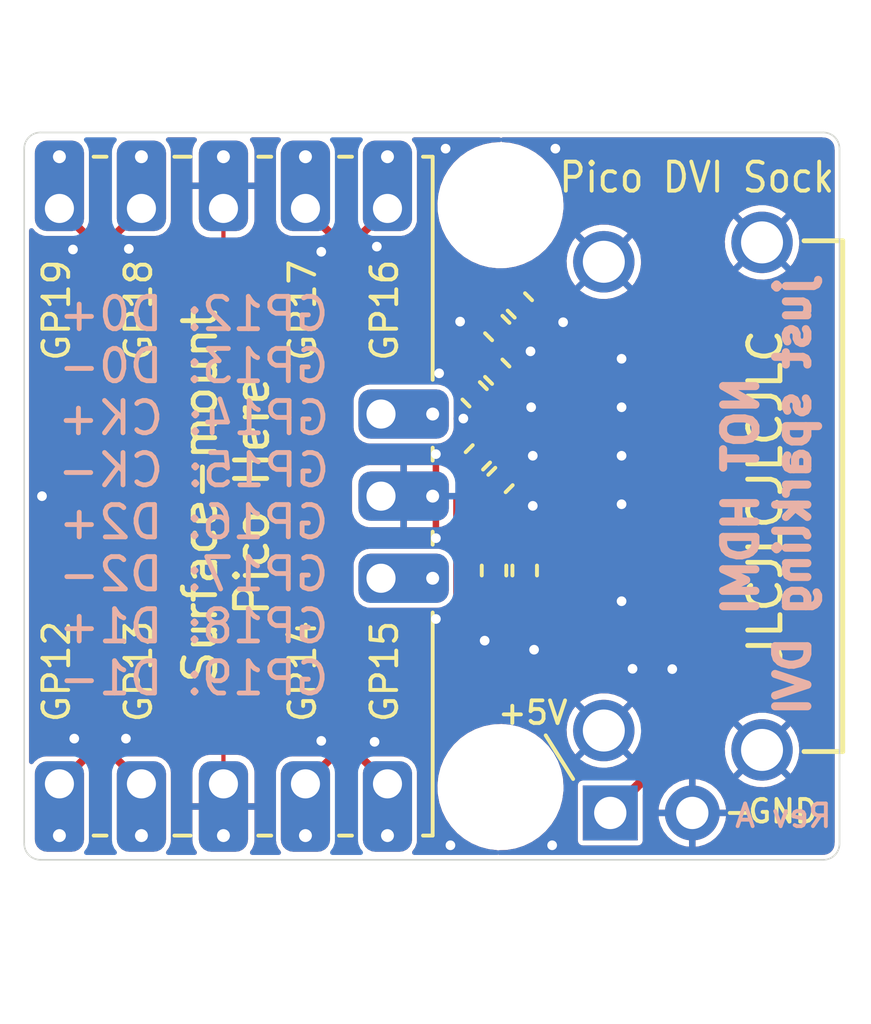
<source format=kicad_pcb>
(kicad_pcb (version 20210126) (generator pcbnew)
  (layers (0 "F.Cu" signal) (31 "B.Cu" signal) (34 "B.Paste" user) (35 "F.Paste" user) (36 "B.SilkS" user "B.Silkscreen") (37 "F.SilkS" user "F.Silkscreen") (38 "B.Mask" user) (39 "F.Mask" user) (44 "Edge.Cuts" user))
  (net 0 "")
  (net 1 "/PICO_CK-")
  (net 2 "/PICO_CK+")
  (net 3 "GND")
  (net 4 "/PICO_D0-")
  (net 5 "/PICO_D0+")
  (net 6 "/PICO_D1-")
  (net 7 "/PICO_D1+")
  (net 8 "/PICO_D2-")
  (net 9 "/PICO_D2+")
  (net 12 "/D2+")
  (net 13 "/D2-")
  (net 14 "/D1+")
  (net 15 "/D1-")
  (net 16 "/D0+")
  (net 17 "/D0-")
  (net 18 "/CK+")
  (net 19 "/CK-")
  (net 24 "+5V")
  (footprint "dvi-sock:MH_Pico_M2ish" (layer "F.Cu") (at 156.5 94)
    (fp_text reference "REF**" hide)
    (fp_text value "MH_Pico_M2ish" hide)
    (pad "" np_thru_hole circle (at 0 0) (size 2.1 2.1) (drill 2.1) (layers F&B.Cu *.Mask) (clearance 0.9))
  )
  (footprint "Resistor_SMD:R_0402_1005Metric" (layer "F.Cu") (at 156.4 79.8 -45)
    (fp_text reference "R2" hide)
    (fp_text value "270")
    (fp_line (start -0.153641 -0.38) (end 0.153641 -0.38) (layer "F.SilkS") (width 0.12))
    (fp_line (start -0.153641 0.38) (end 0.153641 0.38) (layer "F.SilkS") (width 0.12))
    (pad "1" smd roundrect (at -0.51 0 315) (size 0.54 0.64) (layers "F.Cu" "F.Paste" "F.Mask") (net 8 "/PICO_D2-"))
    (pad "2" smd roundrect (at 0.51 0 315) (size 0.54 0.64) (layers "F.Cu" "F.Paste" "F.Mask") (net 13 "/D2-"))
  )
  (footprint "dvi-sock:PinHeader_1x02_P2.54mm_Vertical_nosilk" (layer "F.Cu") (at 159.9 94.8 90)
    (fp_text reference "J5" hide)
    (fp_text value "2.54mm_2p_nofit")
    (pad "1" thru_hole rect (at 0 0 90) (size 1.7 1.7) (drill 1) (layers *.Cu *.Mask) (net 24 "+5V"))
    (pad "2" thru_hole oval (at 0 2.54 90) (size 1.7 1.7) (drill 1) (layers *.Cu *.Mask) (net 3 "GND"))
  )
  (footprint "dvi-sock:MH_Pico_M2ish" (layer "F.Cu") (at 156.5 76)
    (fp_text reference "REF**" hide)
    (fp_text value "MH_Pico_M2ish" hide)
    (pad "" np_thru_hole circle (at 0 0) (size 2.1 2.1) (drill 2.1) (layers F&B.Cu *.Mask) (clearance 0.9))
  )
  (footprint "dvi-sock:castellated_2.54mm_smd_x5" (layer "F.Cu") (at 147.92 93.9)
    (fp_text reference "J1" hide)
    (fp_text value "Conn_01x05")
    (pad "1" thru_hole circle (at -5.08 1.6) (size 0.6 0.6) (drill 0.4) (layers *.Cu *.Mask) (net 5 "/PICO_D0+"))
    (pad "1" thru_hole roundrect (at -5.08 0) (size 1.524 2.8) (drill 0.9 (offset 0 0.7)) (layers *.Cu *.Mask) (net 5 "/PICO_D0+"))
    (pad "2" thru_hole roundrect (at -2.54 0) (size 1.524 2.8) (drill 0.9 (offset 0 0.7)) (layers *.Cu *.Mask) (net 4 "/PICO_D0-"))
    (pad "2" thru_hole circle (at -2.54 1.6) (size 0.6 0.6) (drill 0.4) (layers *.Cu *.Mask) (net 4 "/PICO_D0-"))
    (pad "3" thru_hole roundrect (at 0 0) (size 1.524 2.8) (drill 0.9 (offset 0 0.7)) (layers *.Cu *.Mask) (net 3 "GND"))
    (pad "3" thru_hole circle (at 0 1.6) (size 0.6 0.6) (drill 0.4) (layers *.Cu *.Mask) (net 3 "GND"))
    (pad "4" thru_hole circle (at 2.54 1.6) (size 0.6 0.6) (drill 0.4) (layers *.Cu *.Mask) (net 2 "/PICO_CK+"))
    (pad "4" thru_hole roundrect (at 2.54 0) (size 1.524 2.8) (drill 0.9 (offset 0 0.7)) (layers *.Cu *.Mask) (net 2 "/PICO_CK+"))
    (pad "5" thru_hole circle (at 5.08 1.6) (size 0.6 0.6) (drill 0.4) (layers *.Cu *.Mask) (net 1 "/PICO_CK-"))
    (pad "5" thru_hole roundrect (at 5.08 0) (size 1.524 2.8) (drill 0.9 (offset 0 0.7)) (layers *.Cu *.Mask) (net 1 "/PICO_CK-"))
  )
  (footprint "Resistor_SMD:R_0402_1005Metric" (layer "F.Cu") (at 157.25 87.3 90)
    (fp_text reference "R8" hide)
    (fp_text value "270")
    (fp_line (start -0.153641 0.38) (end 0.153641 0.38) (layer "F.SilkS") (width 0.12))
    (fp_line (start -0.153641 -0.38) (end 0.153641 -0.38) (layer "F.SilkS") (width 0.12))
    (pad "1" smd roundrect (at -0.51 0 90) (size 0.54 0.64) (layers "F.Cu" "F.Paste" "F.Mask") (net 1 "/PICO_CK-"))
    (pad "2" smd roundrect (at 0.51 0 90) (size 0.54 0.64) (layers "F.Cu" "F.Paste" "F.Mask") (net 19 "/CK-"))
  )
  (footprint "Resistor_SMD:R_0402_1005Metric" (layer "F.Cu") (at 156.5 84.5 45)
    (fp_text reference "R6" hide)
    (fp_text value "270")
    (fp_line (start -0.153641 0.38) (end 0.153641 0.38) (layer "F.SilkS") (width 0.12))
    (fp_line (start -0.153641 -0.38) (end 0.153641 -0.38) (layer "F.SilkS") (width 0.12))
    (pad "1" smd roundrect (at -0.51 0 45) (size 0.54 0.64) (layers "F.Cu" "F.Paste" "F.Mask") (net 4 "/PICO_D0-"))
    (pad "2" smd roundrect (at 0.51 0 45) (size 0.54 0.64) (layers "F.Cu" "F.Paste" "F.Mask") (net 17 "/D0-"))
  )
  (footprint "Resistor_SMD:R_0402_1005Metric" (layer "F.Cu") (at 157.1 79.1 -45)
    (fp_text reference "R1" hide)
    (fp_text value "270")
    (fp_line (start -0.153641 0.38) (end 0.153641 0.38) (layer "F.SilkS") (width 0.12))
    (fp_line (start -0.153641 -0.38) (end 0.153641 -0.38) (layer "F.SilkS") (width 0.12))
    (pad "1" smd roundrect (at -0.51 0 315) (size 0.54 0.64) (layers "F.Cu" "F.Paste" "F.Mask") (net 9 "/PICO_D2+"))
    (pad "2" smd roundrect (at 0.51 0 315) (size 0.54 0.64) (layers "F.Cu" "F.Paste" "F.Mask") (net 12 "/D2+"))
  )
  (footprint "Resistor_SMD:R_0402_1005Metric" (layer "F.Cu") (at 156.3 87.3 90)
    (fp_text reference "R7" hide)
    (fp_text value "270")
    (fp_line (start -0.153641 0.38) (end 0.153641 0.38) (layer "F.SilkS") (width 0.12))
    (fp_line (start -0.153641 -0.38) (end 0.153641 -0.38) (layer "F.SilkS") (width 0.12))
    (pad "1" smd roundrect (at -0.51 0 90) (size 0.54 0.64) (layers "F.Cu" "F.Paste" "F.Mask") (net 2 "/PICO_CK+"))
    (pad "2" smd roundrect (at 0.51 0 90) (size 0.54 0.64) (layers "F.Cu" "F.Paste" "F.Mask") (net 18 "/CK+"))
  )
  (footprint "Resistor_SMD:R_0402_1005Metric" (layer "F.Cu") (at 156.4 81.15 -45)
    (fp_text reference "R3" hide)
    (fp_text value "270")
    (fp_line (start -0.153641 -0.38) (end 0.153641 -0.38) (layer "F.SilkS") (width 0.12))
    (fp_line (start -0.153641 0.38) (end 0.153641 0.38) (layer "F.SilkS") (width 0.12))
    (pad "1" smd roundrect (at -0.51 0 315) (size 0.54 0.64) (layers "F.Cu" "F.Paste" "F.Mask") (net 7 "/PICO_D1+"))
    (pad "2" smd roundrect (at 0.51 0 315) (size 0.54 0.64) (layers "F.Cu" "F.Paste" "F.Mask") (net 14 "/D1+"))
  )
  (footprint "dvi-sock:castellated_2.54mm_smd_x5" (layer "F.Cu") (at 147.92 76.1 180)
    (fp_text reference "J2" hide)
    (fp_text value "Conn_01x05")
    (pad "1" thru_hole circle (at -5.08 1.6 180) (size 0.6 0.6) (drill 0.4) (layers *.Cu *.Mask) (net 9 "/PICO_D2+"))
    (pad "1" thru_hole roundrect (at -5.08 0 180) (size 1.524 2.8) (drill 0.9 (offset 0 0.7)) (layers *.Cu *.Mask) (net 9 "/PICO_D2+"))
    (pad "2" thru_hole roundrect (at -2.54 0 180) (size 1.524 2.8) (drill 0.9 (offset 0 0.7)) (layers *.Cu *.Mask) (net 8 "/PICO_D2-"))
    (pad "2" thru_hole circle (at -2.54 1.6 180) (size 0.6 0.6) (drill 0.4) (layers *.Cu *.Mask) (net 8 "/PICO_D2-"))
    (pad "3" thru_hole roundrect (at 0 0 180) (size 1.524 2.8) (drill 0.9 (offset 0 0.7)) (layers *.Cu *.Mask) (net 3 "GND"))
    (pad "3" thru_hole circle (at 0 1.6 180) (size 0.6 0.6) (drill 0.4) (layers *.Cu *.Mask) (net 3 "GND"))
    (pad "4" thru_hole circle (at 2.54 1.6 180) (size 0.6 0.6) (drill 0.4) (layers *.Cu *.Mask) (net 7 "/PICO_D1+"))
    (pad "4" thru_hole roundrect (at 2.54 0 180) (size 1.524 2.8) (drill 0.9 (offset 0 0.7)) (layers *.Cu *.Mask) (net 7 "/PICO_D1+"))
    (pad "5" thru_hole circle (at 5.08 1.6 180) (size 0.6 0.6) (drill 0.4) (layers *.Cu *.Mask) (net 6 "/PICO_D1-"))
    (pad "5" thru_hole roundrect (at 5.08 0 180) (size 1.524 2.8) (drill 0.9 (offset 0 0.7)) (layers *.Cu *.Mask) (net 6 "/PICO_D1-"))
  )
  (footprint "dvi-sock:castellated_2.54mm_smd_x3" (layer "F.Cu") (at 152.8 85 90)
    (fp_text reference "J3" hide)
    (fp_text value "Conn_01x03")
    (pad "1" thru_hole roundrect (at -2.54 0 90) (size 1.524 2.8) (drill 0.9 (offset 0 0.7)) (layers *.Cu *.Mask))
    (pad "1" thru_hole circle (at -2.54 1.6 90) (size 0.6 0.6) (drill 0.4) (layers *.Cu *.Mask))
    (pad "2" thru_hole roundrect (at 0 0 90) (size 1.524 2.8) (drill 0.9 (offset 0 0.7)) (layers *.Cu *.Mask) (net 3 "GND"))
    (pad "2" thru_hole circle (at 0 1.6 90) (size 0.6 0.6) (drill 0.4) (layers *.Cu *.Mask) (net 3 "GND"))
    (pad "3" thru_hole circle (at 2.54 1.6 90) (size 0.6 0.6) (drill 0.4) (layers *.Cu *.Mask))
    (pad "3" thru_hole roundrect (at 2.54 0 90) (size 1.524 2.8) (drill 0.9 (offset 0 0.7)) (layers *.Cu *.Mask))
  )
  (footprint "Resistor_SMD:R_0402_1005Metric" (layer "F.Cu") (at 155.8 83.8 45)
    (fp_text reference "R5" hide)
    (fp_text value "270")
    (fp_line (start -0.153641 -0.38) (end 0.153641 -0.38) (layer "F.SilkS") (width 0.12))
    (fp_line (start -0.153641 0.38) (end 0.153641 0.38) (layer "F.SilkS") (width 0.12))
    (pad "1" smd roundrect (at -0.51 0 45) (size 0.54 0.64) (layers "F.Cu" "F.Paste" "F.Mask") (net 5 "/PICO_D0+"))
    (pad "2" smd roundrect (at 0.51 0 45) (size 0.54 0.64) (layers "F.Cu" "F.Paste" "F.Mask") (net 16 "/D0+"))
  )
  (footprint "dvi-sock:HDMI-SS-53000" (layer "F.Cu") (at 159.7 85 -90)
    (fp_text reference "J4" hide)
    (fp_text value "NOT_HDMI_A")
    (fp_line (start -7.9 -7.4) (end 7.9 -7.4) (layer "F.SilkS") (width 0.15))
    (fp_line (start -7.9 -7.4) (end -7.9 -6.2) (layer "F.SilkS") (width 0.15))
    (fp_line (start 7.9 -7.4) (end 7.9 -6.2) (layer "F.SilkS") (width 0.15))
    (pad "1" smd rect (at -4.75 0.9 270) (size 0.3 1.9) (layers "F.Cu" "F.Paste" "F.Mask") (net 12 "/D2+"))
    (pad "2" smd rect (at -4.25 0.9 270) (size 0.3 1.9) (layers "F.Cu" "F.Paste" "F.Mask") (net 3 "GND"))
    (pad "3" smd rect (at -3.75 0.9 270) (size 0.3 1.9) (layers "F.Cu" "F.Paste" "F.Mask") (net 13 "/D2-"))
    (pad "4" smd rect (at -3.25 0.9 270) (size 0.3 1.9) (layers "F.Cu" "F.Paste" "F.Mask") (net 14 "/D1+"))
    (pad "5" smd rect (at -2.75 0.9 270) (size 0.3 1.9) (layers "F.Cu" "F.Paste" "F.Mask") (net 3 "GND"))
    (pad "6" smd rect (at -2.25 0.9 270) (size 0.3 1.9) (layers "F.Cu" "F.Paste" "F.Mask") (net 15 "/D1-"))
    (pad "7" smd rect (at -1.75 0.9 270) (size 0.3 1.9) (layers "F.Cu" "F.Paste" "F.Mask") (net 16 "/D0+"))
    (pad "8" smd rect (at -1.25 0.9 270) (size 0.3 1.9) (layers "F.Cu" "F.Paste" "F.Mask") (net 3 "GND"))
    (pad "9" smd rect (at -0.75 0.9 270) (size 0.3 1.9) (layers "F.Cu" "F.Paste" "F.Mask") (net 17 "/D0-"))
    (pad "10" smd rect (at -0.25 0.9 270) (size 0.3 1.9) (layers "F.Cu" "F.Paste" "F.Mask") (net 18 "/CK+"))
    (pad "11" smd rect (at 0.25 0.9 270) (size 0.3 1.9) (layers "F.Cu" "F.Paste" "F.Mask") (net 3 "GND"))
    (pad "12" smd rect (at 0.75 0.9 270) (size 0.3 1.9) (layers "F.Cu" "F.Paste" "F.Mask") (net 19 "/CK-"))
    (pad "13" smd rect (at 1.25 0.9 270) (size 0.3 1.9) (layers "F.Cu" "F.Paste" "F.Mask"))
    (pad "14" smd rect (at 1.75 0.9 270) (size 0.3 1.9) (layers "F.Cu" "F.Paste" "F.Mask"))
    (pad "15" smd rect (at 2.25 0.9 270) (size 0.3 1.9) (layers "F.Cu" "F.Paste" "F.Mask"))
    (pad "16" smd rect (at 2.75 0.9 270) (size 0.3 1.9) (layers "F.Cu" "F.Paste" "F.Mask"))
    (pad "17" smd rect (at 3.25 0.9 270) (size 0.3 1.9) (layers "F.Cu" "F.Paste" "F.Mask") (net 3 "GND"))
    (pad "18" smd rect (at 3.75 0.9 270) (size 0.3 1.9) (layers "F.Cu" "F.Paste" "F.Mask") (net 24 "+5V"))
    (pad "19" smd rect (at 4.25 0.9 270) (size 0.3 1.9) (layers "F.Cu" "F.Paste" "F.Mask"))
    (pad "SH" thru_hole circle (at -7.85 -4.9 270) (size 1.9 1.9) (drill 1.3) (layers *.Cu *.Mask) (net 3 "GND"))
    (pad "SH" thru_hole circle (at -7.25 0 270) (size 1.9 1.9) (drill 1.3) (layers *.Cu *.Mask) (net 3 "GND"))
    (pad "SH" thru_hole circle (at 7.25 0 270) (size 1.9 1.9) (drill 1.3) (layers *.Cu *.Mask) (net 3 "GND"))
    (pad "SH" thru_hole circle (at 7.85 -4.9 270) (size 1.9 1.9) (drill 1.3) (layers *.Cu *.Mask) (net 3 "GND"))
  )
  (footprint "Resistor_SMD:R_0402_1005Metric" (layer "F.Cu") (at 155.7 81.85 -45)
    (fp_text reference "R4" hide)
    (fp_text value "270")
    (fp_line (start -0.153641 -0.38) (end 0.153641 -0.38) (layer "F.SilkS") (width 0.12))
    (fp_line (start -0.153641 0.38) (end 0.153641 0.38) (layer "F.SilkS") (width 0.12))
    (pad "1" smd roundrect (at -0.51 0 315) (size 0.54 0.64) (layers "F.Cu" "F.Paste" "F.Mask") (net 6 "/PICO_D1-"))
    (pad "2" smd roundrect (at 0.51 0 315) (size 0.54 0.64) (layers "F.Cu" "F.Paste" "F.Mask") (net 15 "/D1-"))
  )
  (gr_line (start 149 95.5) (end 149.4 95.5) (layer "F.SilkS") (width 0.12))
  (gr_line (start 154.4 74.5) (end 154.1 74.5) (layer "F.SilkS") (width 0.12))
  (gr_line (start 151.5 95.5) (end 151.9 95.5) (layer "F.SilkS") (width 0.12))
  (gr_line (start 154.4 81.4) (end 154.4 74.5) (layer "F.SilkS") (width 0.12))
  (gr_line (start 143.9 95.5) (end 144.3 95.5) (layer "F.SilkS") (width 0.12))
  (gr_line (start 163.6 94.8) (end 164.1 94.8) (layer "F.SilkS") (width 0.12))
  (gr_line (start 144.3 74.5) (end 143.9 74.5) (layer "F.SilkS") (width 0.12))
  (gr_line (start 154.4 86.1) (end 154.4 86.5) (layer "F.SilkS") (width 0.12))
  (gr_line (start 151.9 74.5) (end 151.5 74.5) (layer "F.SilkS") (width 0.12))
  (gr_line (start 154.4 88.6) (end 154.4 95.5) (layer "F.SilkS") (width 0.12))
  (gr_line (start 146.9 74.5) (end 146.4 74.5) (layer "F.SilkS") (width 0.12))
  (gr_line (start 149.4 74.5) (end 149 74.5) (layer "F.SilkS") (width 0.12))
  (gr_line (start 158.75 93.75) (end 157.9 92.4) (layer "F.SilkS") (width 0.12))
  (gr_line (start 154.4 83.5) (end 154.4 83.9) (layer "F.SilkS") (width 0.12))
  (gr_line (start 154.4 95.5) (end 154.1 95.5) (layer "F.SilkS") (width 0.12))
  (gr_line (start 146.4 95.5) (end 146.9 95.5) (layer "F.SilkS") (width 0.12))
  (gr_arc (start 142.25 95.75) (end 142.25 96.25) (angle 90) (layer "Edge.Cuts") (width 0.05))
  (gr_line (start 166.5 96.25) (end 142.25 96.25) (layer "Edge.Cuts") (width 0.05))
  (gr_line (start 142.25 73.75) (end 166.5 73.75) (layer "Edge.Cuts") (width 0.05))
  (gr_arc (start 166.5 74.25) (end 166.5 73.75) (angle 90) (layer "Edge.Cuts") (width 0.05))
  (gr_arc (start 166.5 95.75) (end 167 95.75) (angle 90) (layer "Edge.Cuts") (width 0.05))
  (gr_line (start 141.75 95.75) (end 141.75 74.25) (layer "Edge.Cuts") (width 0.05))
  (gr_line (start 167 74.25) (end 167 95.75) (layer "Edge.Cuts") (width 0.05))
  (gr_arc (start 142.25 74.25) (end 142.25 73.75) (angle -90) (layer "Edge.Cuts") (width 0.05))
  (gr_text "NOT HDMI\njust sparkling DVI" (at 164.75 85 90) (layer "B.SilkS") (effects (font (size 1 1) (thickness 0.25)) (justify mirror)))
  (gr_text "GP12: D0+\nGP13: D0-\nGP14: CK+\nGP15: CK-\nGP16: D2+\nGP17: D2-\nGP18: D1+\nGP19: D1-" (at 147 85) (layer "B.SilkS") (effects (font (size 1 1)) (justify mirror)))
  (gr_text "Rev A" (at 165.26 94.89) (layer "B.SilkS") (effects (font (size 0.7 0.7) (thickness 0.12)) (justify mirror)))
  (gr_text "Pico DVI Sock" (at 162.58 75.14) (layer "F.SilkS") (effects (font (size 0.9 0.8) (thickness 0.12))))
  (gr_text "GP17" (at 150.368 79.248 90) (layer "F.SilkS") (effects (font (size 0.8 0.8) (thickness 0.12))))
  (gr_text "+5V" (at 157.5 91.7) (layer "F.SilkS") (effects (font (size 0.7 0.7) (thickness 0.12))))
  (gr_text "GP16" (at 152.908 79.248 90) (layer "F.SilkS") (effects (font (size 0.8 0.8) (thickness 0.12))))
  (gr_text "GP19" (at 142.748 79.248 90) (layer "F.SilkS") (effects (font (size 0.8 0.8) (thickness 0.12))))
  (gr_text "JLCJLCJLCJLC" (at 164.7 85 90) (layer "F.SilkS") (effects (font (size 1 1))))
  (gr_text "GP15" (at 152.908 90.424 90) (layer "F.SilkS") (effects (font (size 0.8 0.8) (thickness 0.12))))
  (gr_text "Surface-mount\nPico Here" (at 148 85 90) (layer "F.SilkS") (effects (font (size 1 1))))
  (gr_text "GP13" (at 145.288 90.424 90) (layer "F.SilkS") (effects (font (size 0.8 0.8) (thickness 0.12))))
  (gr_text "GP14" (at 150.368 90.424 90) (layer "F.SilkS") (effects (font (size 0.8 0.8) (thickness 0.12))))
  (gr_text "GND" (at 165.25 94.75) (layer "F.SilkS") (effects (font (size 0.7 0.7) (thickness 0.12))))
  (gr_text "GP12" (at 142.748 90.424 90) (layer "F.SilkS") (effects (font (size 0.8 0.8) (thickness 0.12))))
  (gr_text "GP18" (at 145.288 79.248 90) (layer "F.SilkS") (effects (font (size 0.8 0.8) (thickness 0.12))))
  (segment (start 153 93.9) (end 151.92 92.82) (width 0.25) (layer "F.Cu") (net 1))
  (segment (start 151.92 92.348702) (end 152.378702 91.89) (width 0.25) (layer "F.Cu") (net 1))
  (segment (start 151.92 92.82) (end 151.92 92.348702) (width 0.25) (layer "F.Cu") (net 1))
  (segment (start 155.178702 91.89) (end 156.965 90.103702) (width 0.25) (layer "F.Cu") (net 1))
  (segment (start 156.965 90.103702) (end 156.965 88.095) (width 0.25) (layer "F.Cu") (net 1))
  (segment (start 153 93.9) (end 153.168702 93.9) (width 0.25) (layer "F.Cu") (net 1))
  (segment (start 152.378702 91.89) (end 155.178702 91.89) (width 0.25) (layer "F.Cu") (net 1))
  (segment (start 156.965 88.095) (end 157.25 87.81) (width 0.25) (layer "F.Cu") (net 1))
  (segment (start 150.46 93.9) (end 151.54 92.82) (width 0.25) (layer "F.Cu") (net 2))
  (segment (start 155.021298 91.51) (end 156.585 89.946298) (width 0.25) (layer "F.Cu") (net 2))
  (segment (start 151.54 92.191298) (end 152.221298 91.51) (width 0.25) (layer "F.Cu") (net 2))
  (segment (start 156.585 89.946298) (end 156.585 88.095) (width 0.25) (layer "F.Cu") (net 2))
  (segment (start 151.54 92.82) (end 151.54 92.191298) (width 0.25) (layer "F.Cu") (net 2))
  (segment (start 156.585 88.095) (end 156.3 87.81) (width 0.25) (layer "F.Cu") (net 2))
  (segment (start 152.221298 91.51) (end 155.021298 91.51) (width 0.25) (layer "F.Cu") (net 2))
  (segment (start 154.4 85) (end 154.5 85.1) (width 0.13) (layer "F.Cu") (net 3))
  (segment (start 154.4 85) (end 154.5 84.9) (width 0.13) (layer "F.Cu") (net 3))
  (segment (start 147.92 76.1) (end 147.92 77.18) (width 0.13) (layer "F.Cu") (net 3))
  (segment (start 147.92 93.9) (end 147.92 92.87) (width 0.13) (layer "F.Cu") (net 3))
  (segment (start 154.5 85.1) (end 154.5 86.3) (width 0.2) (layer "F.Cu") (net 3))
  (segment (start 154.5 84.9) (end 154.5 83.7) (width 0.2) (layer "F.Cu") (net 3))
  (via (at 155.35 82.6) (size 0.6) (drill 0.3) (layers "F.Cu" "B.Cu") (net 3))
  (via (at 143.26 77.37) (size 0.6) (drill 0.3) (layers "F.Cu" "B.Cu") (net 3))
  (via (at 156.01 89.47) (size 0.6) (drill 0.3) (layers "F.Cu" "B.Cu") (net 3))
  (via (at 158.44 79.62) (size 0.6) (drill 0.3) (layers "F.Cu" "B.Cu") (net 3))
  (via (at 154.5 86.3) (size 0.6) (drill 0.3) (layers "F.Cu" "B.Cu") (net 3))
  (via (at 150.95 92.57) (size 0.6) (drill 0.3) (layers "F.Cu" "B.Cu") (net 3))
  (via (at 160.25 83.75) (size 0.6) (drill 0.3) (layers "F.Cu" "B.Cu") (net 3))
  (via (at 157.43 80.52) (size 0.6) (drill 0.3) (layers "F.Cu" "B.Cu") (net 3))
  (via (at 157.54 89.75) (size 0.6) (drill 0.3) (layers "F.Cu" "B.Cu") (net 3))
  (via (at 160.25 82.25) (size 0.6) (drill 0.3) (layers "F.Cu" "B.Cu") (net 3))
  (via (at 160.25 80.75) (size 0.6) (drill 0.3) (layers "F.Cu" "B.Cu") (net 3))
  (via (at 160.25 88.25) (size 0.6) (drill 0.3) (layers "F.Cu" "B.Cu") (net 3))
  (via (at 157.45 82.25) (size 0.6) (drill 0.3) (layers "F.Cu" "B.Cu") (net 3))
  (via (at 154.8 74.25) (size 0.6) (drill 0.3) (layers "F.Cu" "B.Cu") (net 3))
  (via (at 152.6 92.6) (size 0.6) (drill 0.3) (layers "F.Cu" "B.Cu") (net 3))
  (via (at 157.5 83.75) (size 0.6) (drill 0.3) (layers "F.Cu" "B.Cu") (net 3))
  (via (at 154.6 81.2) (size 0.6) (drill 0.3) (layers "F.Cu" "B.Cu") (net 3))
  (via (at 143.3 92.5) (size 0.6) (drill 0.3) (layers "F.Cu" "B.Cu") (net 3))
  (via (at 142.3 85) (size 0.6) (drill 0.3) (layers "F.Cu" "B.Cu") (net 3))
  (via (at 154.95 95.8) (size 0.6) (drill 0.3) (layers "F.Cu" "B.Cu") (net 3))
  (via (at 144.9 92.5) (size 0.6) (drill 0.3) (layers "F.Cu" "B.Cu") (net 3))
  (via (at 152.67 77.28) (size 0.6) (drill 0.3) (layers "F.Cu" "B.Cu") (net 3))
  (via (at 155.25 79.6) (size 0.6) (drill 0.3) (layers "F.Cu" "B.Cu") (net 3))
  (via (at 158.2 74.25) (size 0.6) (drill 0.3) (layers "F.Cu" "B.Cu") (net 3))
  (via (at 154.5 83.7) (size 0.6) (drill 0.3) (layers "F.Cu" "B.Cu") (net 3))
  (via (at 160.25 85.25) (size 0.6) (drill 0.3) (layers "F.Cu" "B.Cu") (net 3))
  (via (at 161.82 90.35) (size 0.6) (drill 0.3) (layers "F.Cu" "B.Cu") (net 3))
  (via (at 157.5 85.3) (size 0.6) (drill 0.3) (layers "F.Cu" "B.Cu") (net 3))
  (via (at 154.5 88.8) (size 0.6) (drill 0.3) (layers "F.Cu" "B.Cu") (net 3))
  (via (at 160.59 90.34) (size 0.6) (drill 0.3) (layers "F.Cu" "B.Cu") (net 3))
  (via (at 158.1 95.8) (size 0.6) (drill 0.3) (layers "F.Cu" "B.Cu") (net 3))
  (via (at 144.99 77.35) (size 0.6) (drill 0.3) (layers "F.Cu" "B.Cu") (net 3))
  (via (at 150.95 77.44) (size 0.6) (drill 0.3) (layers "F.Cu" "B.Cu") (net 3))
  (segment (start 155.54 89.128702) (end 155.54 85.21) (width 0.25) (layer "F.Cu") (net 4))
  (segment (start 154.178702 90.49) (end 155.54 89.128702) (width 0.25) (layer "F.Cu") (net 4))
  (segment (start 155.889376 84.860624) (end 156.139376 84.860624) (width 0.25) (layer "F.Cu") (net 4))
  (segment (start 144.3 92.068702) (end 145.878702 90.49) (width 0.25) (layer "F.Cu") (net 4))
  (segment (start 145.878702 90.49) (end 154.178702 90.49) (width 0.25) (layer "F.Cu") (net 4))
  (segment (start 145.38 93.9) (end 144.3 92.82) (width 0.25) (layer "F.Cu") (net 4))
  (segment (start 144.3 92.82) (end 144.3 92.068702) (width 0.25) (layer "F.Cu") (net 4))
  (segment (start 155.54 85.21) (end 155.889376 84.860624) (width 0.25) (layer "F.Cu") (net 4))
  (segment (start 143.92 92.82) (end 143.92 91.911298) (width 0.25) (layer "F.Cu") (net 5))
  (segment (start 155.5 84.71257) (end 155.5 84.221248) (width 0.25) (layer "F.Cu") (net 5))
  (segment (start 155.5 84.221248) (end 155.439376 84.160624) (width 0.25) (layer "F.Cu") (net 5))
  (segment (start 155.15998 88.971318) (end 155.15998 85.05259) (width 0.25) (layer "F.Cu") (net 5))
  (segment (start 143.92 91.911298) (end 145.721298 90.11) (width 0.25) (layer "F.Cu") (net 5))
  (segment (start 145.721298 90.11) (end 154.021298 90.11) (width 0.25) (layer "F.Cu") (net 5))
  (segment (start 142.84 93.9) (end 143.92 92.82) (width 0.25) (layer "F.Cu") (net 5))
  (segment (start 155.15998 85.05259) (end 155.5 84.71257) (width 0.25) (layer "F.Cu") (net 5))
  (segment (start 154.021298 90.11) (end 155.15998 88.971318) (width 0.25) (layer "F.Cu") (net 5))
  (segment (start 142.84 76.1) (end 143.92 77.18) (width 0.25) (layer "F.Cu") (net 6))
  (segment (start 143.92 77.688702) (end 146.571298 80.34) (width 0.25) (layer "F.Cu") (net 6))
  (segment (start 154.621299 80.34) (end 155.339376 81.058077) (width 0.25) (layer "F.Cu") (net 6))
  (segment (start 146.571298 80.34) (end 154.621299 80.34) (width 0.25) (layer "F.Cu") (net 6))
  (segment (start 143.92 77.18) (end 143.92 77.688702) (width 0.25) (layer "F.Cu") (net 6))
  (segment (start 155.339376 81.058077) (end 155.339376 81.489376) (width 0.25) (layer "F.Cu") (net 6))
  (segment (start 155.608077 80.789376) (end 156.039376 80.789376) (width 0.25) (layer "F.Cu") (net 7))
  (segment (start 154.778701 79.96) (end 155.608077 80.789376) (width 0.25) (layer "F.Cu") (net 7))
  (segment (start 144.3 77.531298) (end 146.728702 79.96) (width 0.25) (layer "F.Cu") (net 7))
  (segment (start 144.3 77.18) (end 144.3 77.531298) (width 0.25) (layer "F.Cu") (net 7))
  (segment (start 146.728702 79.96) (end 154.778701 79.96) (width 0.25) (layer "F.Cu") (net 7))
  (segment (start 145.38 76.1) (end 144.3 77.18) (width 0.25) (layer "F.Cu") (net 7))
  (segment (start 156.039376 79.008077) (end 156.039376 79.439376) (width 0.25) (layer "F.Cu") (net 8))
  (segment (start 155.821299 78.79) (end 156.039376 79.008077) (width 0.25) (layer "F.Cu") (net 8))
  (segment (start 151.54 77.18) (end 151.54 77.558702) (width 0.25) (layer "F.Cu") (net 8))
  (segment (start 150.46 76.1) (end 151.54 77.18) (width 0.25) (layer "F.Cu") (net 8))
  (segment (start 151.54 77.558702) (end 152.771298 78.79) (width 0.25) (layer "F.Cu") (net 8))
  (segment (start 152.771298 78.79) (end 155.821299 78.79) (width 0.25) (layer "F.Cu") (net 8))
  (segment (start 151.92 77.18) (end 151.92 77.401298) (width 0.25) (layer "F.Cu") (net 9))
  (segment (start 151.92 77.401298) (end 152.928702 78.41) (width 0.25) (layer "F.Cu") (net 9))
  (segment (start 156.308077 78.739376) (end 156.739376 78.739376) (width 0.25) (layer "F.Cu") (net 9))
  (segment (start 152.928702 78.41) (end 155.978701 78.41) (width 0.25) (layer "F.Cu") (net 9))
  (segment (start 153 76.1) (end 151.92 77.18) (width 0.25) (layer "F.Cu") (net 9))
  (segment (start 155.978701 78.41) (end 156.308077 78.739376) (width 0.25) (layer "F.Cu") (net 9))
  (segment (start 157.460624 79.689207) (end 158.021417 80.25) (width 0.25) (layer "F.Cu") (net 12))
  (segment (start 157.460624 79.460624) (end 157.460624 79.689207) (width 0.25) (layer "F.Cu") (net 12))
  (segment (start 158.021417 80.25) (end 158.8 80.25) (width 0.25) (layer "F.Cu") (net 12))
  (segment (start 156.760624 80.160624) (end 156.967959 80.160624) (width 0.25) (layer "F.Cu") (net 13))
  (segment (start 156.874989 80.786406) (end 157.163594 81.075011) (width 0.25) (layer "F.Cu") (net 13))
  (segment (start 157.605011 81.075011) (end 157.78 81.25) (width 0.25) (layer "F.Cu") (net 13))
  (segment (start 156.967959 80.160624) (end 156.874989 80.253594) (width 0.25) (layer "F.Cu") (net 13))
  (segment (start 156.874989 80.253594) (end 156.874989 80.786406) (width 0.25) (layer "F.Cu") (net 13))
  (segment (start 157.163594 81.075011) (end 157.605011 81.075011) (width 0.25) (layer "F.Cu") (net 13))
  (segment (start 157.78 81.25) (end 158.8 81.25) (width 0.25) (layer "F.Cu") (net 13))
  (segment (start 156.760624 81.510624) (end 156.944989 81.694989) (width 0.25) (layer "F.Cu") (net 14))
  (segment (start 157.716406 81.694989) (end 157.771417 81.75) (width 0.25) (layer "F.Cu") (net 14))
  (segment (start 156.944989 81.694989) (end 157.716406 81.694989) (width 0.25) (layer "F.Cu") (net 14))
  (segment (start 157.771417 81.75) (end 158.8 81.75) (width 0.25) (layer "F.Cu") (net 14))
  (segment (start 157.716406 82.805011) (end 157.771417 82.75) (width 0.25) (layer "F.Cu") (net 15))
  (segment (start 156.491923 82.210624) (end 157.08631 82.805011) (width 0.25) (layer "F.Cu") (net 15))
  (segment (start 156.060624 82.210624) (end 156.491923 82.210624) (width 0.25) (layer "F.Cu") (net 15))
  (segment (start 157.771417 82.75) (end 158.8 82.75) (width 0.25) (layer "F.Cu") (net 15))
  (segment (start 157.08631 82.805011) (end 157.716406 82.805011) (width 0.25) (layer "F.Cu") (net 15))
  (segment (start 157.760022 83.25) (end 157.705011 83.194989) (width 0.25) (layer "F.Cu") (net 16))
  (segment (start 157.205011 83.194989) (end 156.960624 83.439376) (width 0.25) (layer "F.Cu") (net 16))
  (segment (start 156.960624 83.439376) (end 156.160624 83.439376) (width 0.25) (layer "F.Cu") (net 16))
  (segment (start 158.8 83.25) (end 157.760022 83.25) (width 0.25) (layer "F.Cu") (net 16))
  (segment (start 157.705011 83.194989) (end 157.205011 83.194989) (width 0.25) (layer "F.Cu") (net 16))
  (segment (start 157.183594 84.305011) (end 157.394989 84.305011) (width 0.25) (layer "F.Cu") (net 17))
  (segment (start 157.771417 84.25) (end 158.8 84.25) (width 0.25) (layer "F.Cu") (net 17))
  (segment (start 157.716406 84.305011) (end 157.771417 84.25) (width 0.25) (layer "F.Cu") (net 17))
  (segment (start 156.860624 84.139376) (end 157.017959 84.139376) (width 0.25) (layer "F.Cu") (net 17))
  (segment (start 157.183594 84.305011) (end 157.716406 84.305011) (width 0.25) (layer "F.Cu") (net 17))
  (segment (start 157.017959 84.139376) (end 157.183594 84.305011) (width 0.25) (layer "F.Cu") (net 17))
  (segment (start 156.939299 85.039299) (end 156.939299 85.660701) (width 0.25) (layer "F.Cu") (net 18))
  (segment (start 156.3 86.79) (end 156.6 86.49) (width 0.25) (layer "F.Cu") (net 18))
  (segment (start 157.233599 84.744999) (end 158.794999 84.744999) (width 0.25) (layer "F.Cu") (net 18))
  (segment (start 156.939299 85.660701) (end 156.6 86) (width 0.25) (layer "F.Cu") (net 18))
  (segment (start 158.794999 84.744999) (end 158.8 84.75) (width 0.25) (layer "F.Cu") (net 18))
  (segment (start 156.939299 85.039299) (end 157.233599 84.744999) (width 0.25) (layer "F.Cu") (net 18))
  (segment (start 156.6 86.49) (end 156.6 86) (width 0.25) (layer "F.Cu") (net 18))
  (segment (start 157.25 86.79) (end 157 86.54) (width 0.25) (layer "F.Cu") (net 19))
  (segment (start 157.871402 85.75) (end 158.8 85.75) (width 0.25) (layer "F.Cu") (net 19))
  (segment (start 157.766401 85.855001) (end 157.871402 85.75) (width 0.25) (layer "F.Cu") (net 19))
  (segment (start 157 86.54) (end 157 86.2) (width 0.25) (layer "F.Cu") (net 19))
  (segment (start 157 86.2) (end 157.344999 85.855001) (width 0.25) (layer "F.Cu") (net 19))
  (segment (start 157.344999 85.855001) (end 157.766401 85.855001) (width 0.25) (layer "F.Cu") (net 19))
  (segment (start 158.8 88.75) (end 159.90402 88.75) (width 0.3) (layer "F.Cu") (net 24))
  (segment (start 159.90402 88.75) (end 161.22 90.06598) (width 0.3) (layer "F.Cu") (net 24))
  (segment (start 161.22 90.06598) (end 161.22 93.48) (width 0.3) (layer "F.Cu") (net 24))
  (segment (start 161.22 93.48) (end 159.9 94.8) (width 0.3) (layer "F.Cu") (net 24))
  (zone (net 0) (net_name "") (layer "F.Cu") (connect_pads (clearance 0)) (min_thickness 0.254)
    (keepout (tracks allowed) (vias allowed) (pads allowed) (copperpour not_allowed) (footprints allowed))
    (fill (thermal_gap 0.508) (thermal_bridge_width 0.508))
    (polygon (pts (xy 156.7 81) (xy 155.5 82.2) (xy 155.3 82) (xy 156.5 80.8)))
  )
  (zone (net 0) (net_name "") (layer "F.Cu") (connect_pads (clearance 0)) (min_thickness 0.254)
    (keepout (tracks allowed) (vias allowed) (pads allowed) (copperpour not_allowed) (footprints allowed))
    (fill (thermal_gap 0.508) (thermal_bridge_width 0.508))
    (polygon (pts (xy 156.4 83.1) (xy 156.1 83.1) (xy 156.1 82.6) (xy 156.4 82.6)))
  )
  (zone (net 3) (net_name "GND") (layers F&B.Cu) (connect_pads (clearance 0.15)) (min_thickness 0.15) (fill yes (thermal_gap 0.2) (thermal_bridge_width 0.2))
    (polygon (pts (xy 168 97) (xy 141 97) (xy 141 73) (xy 168 73)))
  )
  (zone (net 0) (net_name "") (layer "F.Cu") (connect_pads (clearance 0)) (min_thickness 0.254)
    (keepout (tracks allowed) (vias allowed) (pads allowed) (copperpour not_allowed) (footprints allowed))
    (fill (thermal_gap 0.508) (thermal_bridge_width 0.508))
    (polygon (pts (xy 156.8 84.6) (xy 156.6 84.8) (xy 155.4 83.6) (xy 155.6 83.4)))
  )
  (zone (net 0) (net_name "") (layer "F.Cu") (connect_pads (clearance 0)) (min_thickness 0.254)
    (keepout (tracks allowed) (vias allowed) (pads allowed) (copperpour not_allowed) (footprints allowed))
    (fill (thermal_gap 0.508) (thermal_bridge_width 0.508))
    (polygon (pts (xy 156.3 89.1) (xy 155.8 89.1) (xy 155.8 88.3) (xy 156.3 88.3)))
  )
)
</source>
